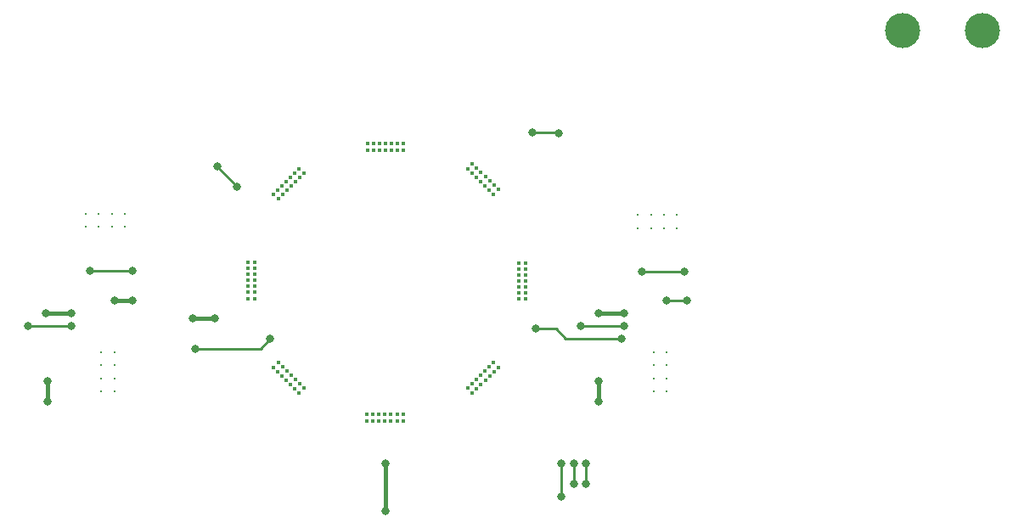
<source format=gbl>
G04 #@! TF.GenerationSoftware,KiCad,Pcbnew,(5.99.0-11497-g0fb864d596)*
G04 #@! TF.CreationDate,2021-08-07T14:48:26-04:00*
G04 #@! TF.ProjectId,K40-LED_PCB,4b34302d-4c45-4445-9f50-43422e6b6963,rev?*
G04 #@! TF.SameCoordinates,Original*
G04 #@! TF.FileFunction,Copper,L2,Bot*
G04 #@! TF.FilePolarity,Positive*
%FSLAX46Y46*%
G04 Gerber Fmt 4.6, Leading zero omitted, Abs format (unit mm)*
G04 Created by KiCad (PCBNEW (5.99.0-11497-g0fb864d596)) date 2021-08-07 14:48:26*
%MOMM*%
%LPD*%
G01*
G04 APERTURE LIST*
G04 #@! TA.AperFunction,ComponentPad*
%ADD10C,0.400000*%
G04 #@! TD*
G04 #@! TA.AperFunction,ComponentPad*
%ADD11C,3.500000*%
G04 #@! TD*
G04 #@! TA.AperFunction,ComponentPad*
%ADD12C,0.300000*%
G04 #@! TD*
G04 #@! TA.AperFunction,ViaPad*
%ADD13C,0.800000*%
G04 #@! TD*
G04 #@! TA.AperFunction,Conductor*
%ADD14C,0.381000*%
G04 #@! TD*
G04 #@! TA.AperFunction,Conductor*
%ADD15C,0.250000*%
G04 #@! TD*
G04 APERTURE END LIST*
D10*
X77225500Y-120155127D03*
X77925000Y-120755127D03*
X77925000Y-121355127D03*
X77225500Y-121955127D03*
X77925000Y-121955127D03*
X77925000Y-122555127D03*
X77925000Y-123155127D03*
X77225500Y-122555127D03*
X77225500Y-121355127D03*
X77225500Y-123755127D03*
X77925000Y-120155127D03*
X77225500Y-123155127D03*
X77925000Y-123755127D03*
X77225500Y-120755127D03*
X82840901Y-132704683D03*
X80224960Y-131077984D03*
X81073488Y-131926512D03*
X81992373Y-131856155D03*
X81497752Y-132350776D03*
X80719581Y-130583363D03*
X80649224Y-131502248D03*
X80295317Y-130159099D03*
X81922016Y-132775040D03*
X79800695Y-130653720D03*
X81143845Y-131007627D03*
X81568109Y-131431891D03*
X82416637Y-132280419D03*
X82346280Y-133199304D03*
X90928200Y-136020366D03*
X91528200Y-136020366D03*
X89728200Y-135320866D03*
X90328200Y-136020366D03*
X89128200Y-136020366D03*
X92128200Y-136020366D03*
X89128200Y-135320866D03*
X92728200Y-135320866D03*
X91528200Y-135320866D03*
X90928200Y-135320866D03*
X89728200Y-136020366D03*
X90328200Y-135320866D03*
X92728200Y-136020366D03*
X92128200Y-135320866D03*
X102199304Y-130653720D03*
X100007627Y-131856155D03*
X100431891Y-131431891D03*
X99159099Y-132704683D03*
X99653720Y-133199305D03*
X101350776Y-131502248D03*
X100856155Y-131007627D03*
X100502248Y-132350776D03*
X101775040Y-131077984D03*
X99583363Y-132280419D03*
X100926512Y-131926512D03*
X101280419Y-130583363D03*
X101704683Y-130159099D03*
X100077984Y-132775040D03*
X104275000Y-123200000D03*
X104974500Y-120800000D03*
X104275000Y-121400000D03*
X104275000Y-120800000D03*
X104974500Y-121400000D03*
X104974500Y-123800000D03*
X104275000Y-123800000D03*
X104974500Y-123200000D03*
X104974500Y-122600000D03*
X104275000Y-120200000D03*
X104275000Y-122600000D03*
X104275000Y-122000000D03*
X104974500Y-120200000D03*
X104974500Y-122000000D03*
X100926512Y-111640845D03*
X101280419Y-112983994D03*
X102199305Y-112913637D03*
X100856155Y-112559730D03*
X99653720Y-110368053D03*
X101704683Y-113408258D03*
X101350776Y-112065109D03*
X100502248Y-111216581D03*
X100007627Y-111711202D03*
X99159099Y-110862674D03*
X100431891Y-112135466D03*
X100077984Y-110792317D03*
X99583363Y-111286938D03*
X101775040Y-112489373D03*
X92161200Y-108273700D03*
X92161200Y-108973200D03*
X91561200Y-108973200D03*
X92761200Y-108273700D03*
X89761200Y-108973200D03*
X92761200Y-108973200D03*
X89161200Y-108973200D03*
X91561200Y-108273700D03*
X89161200Y-108273700D03*
X90961200Y-108973200D03*
X90961200Y-108273700D03*
X90361200Y-108273700D03*
X89761200Y-108273700D03*
X90361200Y-108973200D03*
X81922016Y-111224960D03*
X80719581Y-113416637D03*
X80295317Y-113840901D03*
X82416637Y-111719581D03*
X81497752Y-111649224D03*
X81992373Y-112143845D03*
X80649224Y-112497752D03*
X82840901Y-111295317D03*
X81568109Y-112568109D03*
X79800696Y-113346280D03*
X82346280Y-110800695D03*
X80224960Y-112922016D03*
X81073488Y-112073488D03*
X81143845Y-112992373D03*
D11*
X142500000Y-97000000D03*
X150500000Y-97000000D03*
D12*
X64990000Y-115300000D03*
X62390000Y-116600000D03*
X61090000Y-115300000D03*
X63690000Y-116600000D03*
X61090000Y-116600000D03*
X62390000Y-115300000D03*
X64990000Y-116600000D03*
X63690000Y-115300000D03*
X63950000Y-133014000D03*
X62650000Y-130414000D03*
X63950000Y-131714000D03*
X62650000Y-131714000D03*
X62650000Y-133014000D03*
X62650000Y-129114000D03*
X63950000Y-130414000D03*
X63950000Y-129114000D03*
X119014000Y-133014000D03*
X119014000Y-130414000D03*
X117714000Y-130414000D03*
X119014000Y-131714000D03*
X117714000Y-131714000D03*
X119014000Y-129114000D03*
X117714000Y-129114000D03*
X117714000Y-133014000D03*
X117454000Y-115428000D03*
X117454000Y-116728000D03*
X120054000Y-116728000D03*
X116154000Y-116728000D03*
X118754000Y-116728000D03*
X118754000Y-115428000D03*
X116154000Y-115428000D03*
X120054000Y-115428000D03*
D13*
X91000000Y-145000000D03*
X57250000Y-132000000D03*
X59690000Y-125222000D03*
X64000000Y-124000000D03*
X110998000Y-142240000D03*
X110998000Y-140208000D03*
X121000000Y-124000000D03*
X57250000Y-134000000D03*
X114766000Y-125270000D03*
X91000000Y-140250000D03*
X112200000Y-132000000D03*
X65750000Y-124000000D03*
X112200000Y-134000000D03*
X71750000Y-125750000D03*
X119000000Y-124000000D03*
X112226000Y-125270000D03*
X57150000Y-125222000D03*
X74000000Y-125750000D03*
X74200000Y-110600000D03*
X76200000Y-112600000D03*
X65750000Y-121000000D03*
X61500000Y-121000000D03*
X79500000Y-127750000D03*
X72000000Y-128750000D03*
X114500000Y-127750000D03*
X106000000Y-126800000D03*
X120800000Y-121100000D03*
X108250000Y-107250000D03*
X105600000Y-107200000D03*
X116550000Y-121100000D03*
X109750000Y-142250000D03*
X114766000Y-126540000D03*
X59690000Y-126492000D03*
X109750000Y-140250000D03*
X55372000Y-126492000D03*
X110448000Y-126540000D03*
X108500000Y-140250000D03*
X108500000Y-143500000D03*
D14*
X112226000Y-125270000D02*
X114766000Y-125270000D01*
X57150000Y-125222000D02*
X59690000Y-125222000D01*
X91000000Y-140250000D02*
X91000000Y-145000000D01*
X71750000Y-125750000D02*
X74000000Y-125750000D01*
D15*
X121000000Y-124000000D02*
X119000000Y-124000000D01*
D14*
X65750000Y-124000000D02*
X64000000Y-124000000D01*
D15*
X110998000Y-140208000D02*
X110998000Y-142240000D01*
D14*
X57250000Y-132000000D02*
X57250000Y-134000000D01*
X112200000Y-132000000D02*
X112200000Y-134000000D01*
D15*
X76200000Y-112600000D02*
X74200000Y-110600000D01*
X65750000Y-121000000D02*
X61500000Y-121000000D01*
X78500000Y-128750000D02*
X79500000Y-127750000D01*
X72000000Y-128750000D02*
X78500000Y-128750000D01*
X108950000Y-127750000D02*
X108000000Y-126800000D01*
X114500000Y-127750000D02*
X108950000Y-127750000D01*
X108000000Y-126800000D02*
X106000000Y-126800000D01*
X105600000Y-107200000D02*
X106184000Y-107200000D01*
X108200000Y-107200000D02*
X108250000Y-107250000D01*
X120800000Y-121100000D02*
X116550000Y-121100000D01*
X106184000Y-107200000D02*
X108200000Y-107200000D01*
X109750000Y-140250000D02*
X109750000Y-142250000D01*
X55372000Y-126492000D02*
X59690000Y-126492000D01*
X114766000Y-126540000D02*
X110448000Y-126540000D01*
X108500000Y-143500000D02*
X108500000Y-140250000D01*
M02*

</source>
